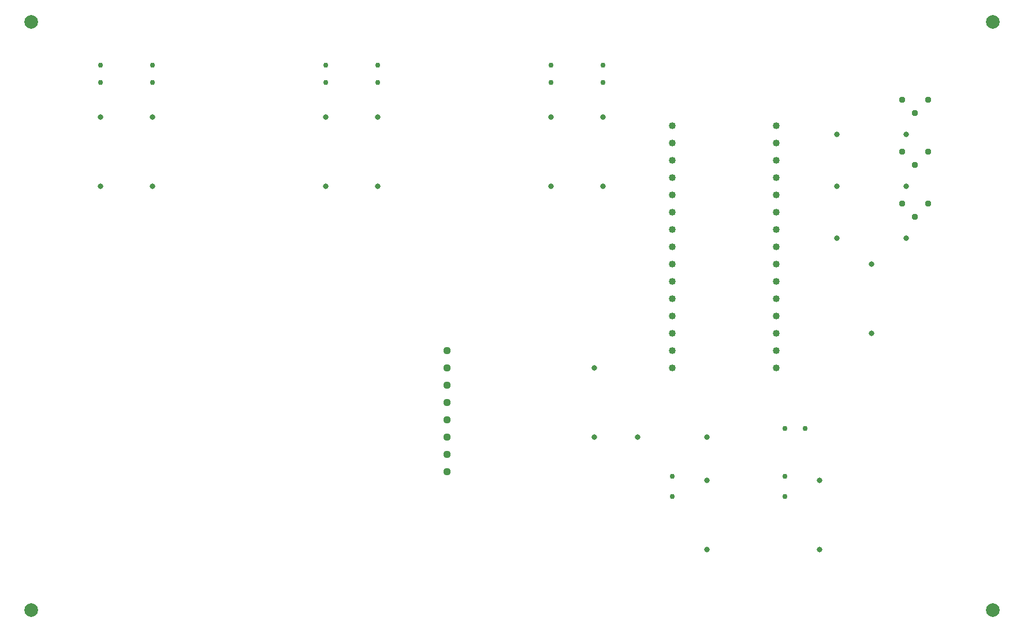
<source format=gbr>
G04 DesignSpark PCB Gerber Version 10.0 Build 5299*
%FSLAX35Y35*%
%MOIN*%
%ADD82C,0.02953*%
%ADD76C,0.03000*%
%ADD77C,0.03200*%
%ADD75C,0.03701*%
%ADD80C,0.04000*%
%ADD78C,0.04370*%
%ADD88C,0.07874*%
X0Y0D02*
D02*
D75*
X527750Y260250D03*
Y290250D03*
Y320250D03*
X535250Y252750D03*
Y282750D03*
Y312750D03*
X542750Y260250D03*
Y290250D03*
Y320250D03*
D02*
D76*
X65250Y330250D03*
Y340250D03*
X95250Y330250D03*
Y340250D03*
X195250Y330250D03*
Y340250D03*
X225250Y330250D03*
Y340250D03*
X325250Y330250D03*
Y340250D03*
X355250Y330250D03*
Y340250D03*
D02*
D77*
X65250Y270250D03*
Y310250D03*
X95250Y270250D03*
Y310250D03*
X195250Y270250D03*
Y310250D03*
X225250Y270250D03*
Y310250D03*
X325250Y270250D03*
Y310250D03*
X350250Y125250D03*
Y165250D03*
X355250Y270250D03*
Y310250D03*
X375250Y125250D03*
X415250Y60250D03*
Y100250D03*
Y125250D03*
X480250Y60250D03*
Y100250D03*
X490250Y240250D03*
Y270250D03*
Y300250D03*
X510250Y185250D03*
Y225250D03*
X530250Y240250D03*
Y270250D03*
Y300250D03*
D02*
D78*
X265250Y105250D03*
Y115250D03*
Y125250D03*
Y135250D03*
Y145250D03*
Y155250D03*
Y165250D03*
Y175250D03*
D02*
D80*
X395250Y165250D03*
Y175250D03*
Y185250D03*
Y195250D03*
Y205250D03*
Y215250D03*
Y225250D03*
Y235250D03*
Y245250D03*
Y255250D03*
Y265250D03*
Y275250D03*
Y285250D03*
Y295250D03*
Y305250D03*
X455250Y165250D03*
Y175250D03*
Y185250D03*
Y195250D03*
Y205250D03*
Y215250D03*
Y225250D03*
Y235250D03*
Y245250D03*
Y255250D03*
Y265250D03*
Y275250D03*
Y285250D03*
Y295250D03*
Y305250D03*
D02*
D82*
X395250Y90939D03*
Y102750D03*
X460250Y90939D03*
Y102750D03*
Y130250D03*
X472061D03*
D02*
D88*
X25250Y25250D03*
Y365250D03*
X580250Y25250D03*
Y365250D03*
X0Y0D02*
M02*

</source>
